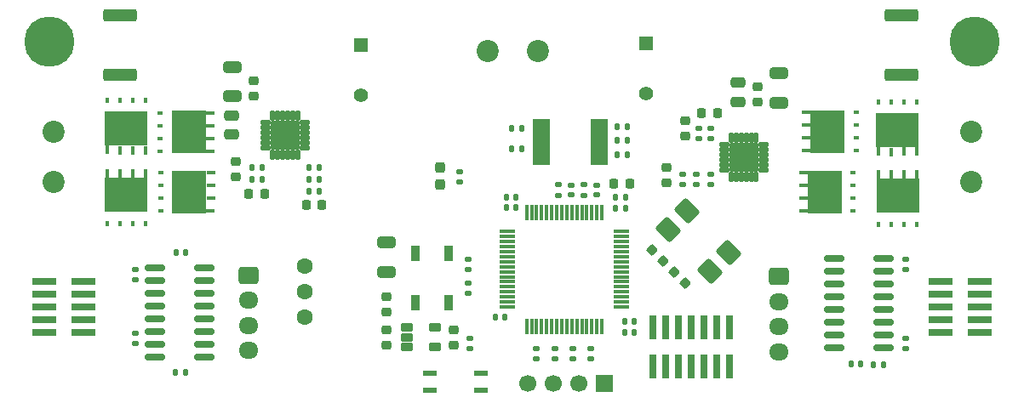
<source format=gts>
G04 #@! TF.GenerationSoftware,KiCad,Pcbnew,9.0.4-9.0.4-0~ubuntu24.04.1*
G04 #@! TF.CreationDate,2025-10-08T08:06:01+02:00*
G04 #@! TF.ProjectId,DRV8701_2Motors,44525638-3730-4315-9f32-4d6f746f7273,rev?*
G04 #@! TF.SameCoordinates,Original*
G04 #@! TF.FileFunction,Soldermask,Top*
G04 #@! TF.FilePolarity,Negative*
%FSLAX46Y46*%
G04 Gerber Fmt 4.6, Leading zero omitted, Abs format (unit mm)*
G04 Created by KiCad (PCBNEW 9.0.4-9.0.4-0~ubuntu24.04.1) date 2025-10-08 08:06:01*
%MOMM*%
%LPD*%
G01*
G04 APERTURE LIST*
G04 Aperture macros list*
%AMRoundRect*
0 Rectangle with rounded corners*
0 $1 Rounding radius*
0 $2 $3 $4 $5 $6 $7 $8 $9 X,Y pos of 4 corners*
0 Add a 4 corners polygon primitive as box body*
4,1,4,$2,$3,$4,$5,$6,$7,$8,$9,$2,$3,0*
0 Add four circle primitives for the rounded corners*
1,1,$1+$1,$2,$3*
1,1,$1+$1,$4,$5*
1,1,$1+$1,$6,$7*
1,1,$1+$1,$8,$9*
0 Add four rect primitives between the rounded corners*
20,1,$1+$1,$2,$3,$4,$5,0*
20,1,$1+$1,$4,$5,$6,$7,0*
20,1,$1+$1,$6,$7,$8,$9,0*
20,1,$1+$1,$8,$9,$2,$3,0*%
G04 Aperture macros list end*
%ADD10R,0.600000X0.400000*%
%ADD11R,0.880000X0.400000*%
%ADD12R,0.820000X0.400000*%
%ADD13R,0.840000X0.400000*%
%ADD14R,0.830000X0.400000*%
%ADD15R,3.500000X4.210000*%
%ADD16RoundRect,0.135000X-0.185000X0.135000X-0.185000X-0.135000X0.185000X-0.135000X0.185000X0.135000X0*%
%ADD17RoundRect,0.140000X-0.140000X-0.170000X0.140000X-0.170000X0.140000X0.170000X-0.140000X0.170000X0*%
%ADD18RoundRect,0.250000X-0.475000X0.250000X-0.475000X-0.250000X0.475000X-0.250000X0.475000X0.250000X0*%
%ADD19RoundRect,0.225000X-0.250000X0.225000X-0.250000X-0.225000X0.250000X-0.225000X0.250000X0.225000X0*%
%ADD20RoundRect,0.140000X0.140000X0.170000X-0.140000X0.170000X-0.140000X-0.170000X0.140000X-0.170000X0*%
%ADD21RoundRect,0.250000X1.425000X-0.362500X1.425000X0.362500X-1.425000X0.362500X-1.425000X-0.362500X0*%
%ADD22RoundRect,0.057500X-0.447500X-0.172500X0.447500X-0.172500X0.447500X0.172500X-0.447500X0.172500X0*%
%ADD23RoundRect,0.057500X-0.172500X-0.447500X0.172500X-0.447500X0.172500X0.447500X-0.172500X0.447500X0*%
%ADD24RoundRect,0.050000X-1.350000X-1.350000X1.350000X-1.350000X1.350000X1.350000X-1.350000X1.350000X0*%
%ADD25RoundRect,0.250000X0.650000X-0.325000X0.650000X0.325000X-0.650000X0.325000X-0.650000X-0.325000X0*%
%ADD26RoundRect,0.225000X0.335876X0.017678X0.017678X0.335876X-0.335876X-0.017678X-0.017678X-0.335876X0*%
%ADD27RoundRect,0.135000X0.185000X-0.135000X0.185000X0.135000X-0.185000X0.135000X-0.185000X-0.135000X0*%
%ADD28RoundRect,0.225000X0.250000X-0.225000X0.250000X0.225000X-0.250000X0.225000X-0.250000X-0.225000X0*%
%ADD29C,5.000000*%
%ADD30C,2.200000*%
%ADD31RoundRect,0.140000X0.170000X-0.140000X0.170000X0.140000X-0.170000X0.140000X-0.170000X-0.140000X0*%
%ADD32RoundRect,0.135000X0.135000X0.185000X-0.135000X0.185000X-0.135000X-0.185000X0.135000X-0.185000X0*%
%ADD33R,0.400000X0.600000*%
%ADD34R,0.400000X0.880000*%
%ADD35R,0.400000X0.820000*%
%ADD36R,0.400000X0.840000*%
%ADD37R,0.400000X0.830000*%
%ADD38R,4.210000X3.500000*%
%ADD39RoundRect,0.140000X-0.170000X0.140000X-0.170000X-0.140000X0.170000X-0.140000X0.170000X0.140000X0*%
%ADD40R,2.400000X0.740000*%
%ADD41RoundRect,0.090000X-0.360000X0.660000X-0.360000X-0.660000X0.360000X-0.660000X0.360000X0.660000X0*%
%ADD42RoundRect,0.057500X-0.172500X0.447500X-0.172500X-0.447500X0.172500X-0.447500X0.172500X0.447500X0*%
%ADD43RoundRect,0.057500X-0.447500X0.172500X-0.447500X-0.172500X0.447500X-0.172500X0.447500X0.172500X0*%
%ADD44RoundRect,0.050000X-1.350000X1.350000X-1.350000X-1.350000X1.350000X-1.350000X1.350000X1.350000X0*%
%ADD45RoundRect,0.225000X0.225000X0.250000X-0.225000X0.250000X-0.225000X-0.250000X0.225000X-0.250000X0*%
%ADD46C,1.600000*%
%ADD47RoundRect,0.102000X-0.600000X0.600000X-0.600000X-0.600000X0.600000X-0.600000X0.600000X0.600000X0*%
%ADD48C,1.404000*%
%ADD49RoundRect,0.135000X-0.135000X-0.185000X0.135000X-0.185000X0.135000X0.185000X-0.135000X0.185000X0*%
%ADD50RoundRect,0.218750X-0.218750X-0.256250X0.218750X-0.256250X0.218750X0.256250X-0.218750X0.256250X0*%
%ADD51R,1.350000X0.600000*%
%ADD52R,0.740000X2.400000*%
%ADD53RoundRect,0.225000X-0.225000X-0.250000X0.225000X-0.250000X0.225000X0.250000X-0.225000X0.250000X0*%
%ADD54RoundRect,0.250000X-0.989949X0.141421X0.141421X-0.989949X0.989949X-0.141421X-0.141421X0.989949X0*%
%ADD55RoundRect,0.250000X-0.650000X0.325000X-0.650000X-0.325000X0.650000X-0.325000X0.650000X0.325000X0*%
%ADD56RoundRect,0.076750X-0.810250X-0.230250X0.810250X-0.230250X0.810250X0.230250X-0.810250X0.230250X0*%
%ADD57RoundRect,0.237500X0.237500X-0.287500X0.237500X0.287500X-0.237500X0.287500X-0.237500X-0.287500X0*%
%ADD58RoundRect,0.150000X0.825000X0.150000X-0.825000X0.150000X-0.825000X-0.150000X0.825000X-0.150000X0*%
%ADD59R,1.700000X1.700000*%
%ADD60C,1.700000*%
%ADD61RoundRect,0.150000X-0.825000X-0.150000X0.825000X-0.150000X0.825000X0.150000X-0.825000X0.150000X0*%
%ADD62RoundRect,0.250000X-0.725000X0.600000X-0.725000X-0.600000X0.725000X-0.600000X0.725000X0.600000X0*%
%ADD63O,1.950000X1.700000*%
%ADD64RoundRect,0.102000X-0.450000X-0.300000X0.450000X-0.300000X0.450000X0.300000X-0.450000X0.300000X0*%
%ADD65RoundRect,0.075000X0.700000X0.075000X-0.700000X0.075000X-0.700000X-0.075000X0.700000X-0.075000X0*%
%ADD66RoundRect,0.075000X0.075000X0.700000X-0.075000X0.700000X-0.075000X-0.700000X0.075000X-0.700000X0*%
G04 APERTURE END LIST*
D10*
X89020000Y-76110000D03*
X89020000Y-77380000D03*
X89020000Y-78650000D03*
X89020000Y-79920000D03*
D11*
X93980000Y-79920000D03*
D12*
X94010000Y-78650000D03*
D13*
X94000000Y-77380000D03*
D14*
X94005000Y-76110000D03*
D15*
X91870000Y-78015000D03*
D16*
X86500000Y-98070000D03*
X86500000Y-99090000D03*
D17*
X134488500Y-77480000D03*
X135448500Y-77480000D03*
D18*
X146480000Y-73110000D03*
X146480000Y-75010000D03*
X96100000Y-76350000D03*
X96100000Y-78250000D03*
D19*
X96500000Y-80965000D03*
X96500000Y-82515000D03*
D20*
X124370000Y-85530000D03*
X123410000Y-85530000D03*
D17*
X157740000Y-101145000D03*
X158700000Y-101145000D03*
D21*
X85000000Y-72362500D03*
X85000000Y-66437500D03*
D16*
X131150000Y-83290000D03*
X131150000Y-84310000D03*
D22*
X99495000Y-77090000D03*
X99495000Y-77590000D03*
X99495000Y-78090000D03*
X99495000Y-78590000D03*
X99495000Y-79090000D03*
X99495000Y-79590000D03*
D23*
X100200000Y-80295000D03*
X100700000Y-80295000D03*
X101200000Y-80295000D03*
X101700000Y-80295000D03*
X102200000Y-80295000D03*
X102700000Y-80295000D03*
D22*
X103405000Y-79590000D03*
X103405000Y-79090000D03*
X103405000Y-78590000D03*
X103405000Y-78090000D03*
X103405000Y-77590000D03*
X103405000Y-77090000D03*
D23*
X102700000Y-76385000D03*
X102200000Y-76385000D03*
X101700000Y-76385000D03*
X101200000Y-76385000D03*
X100700000Y-76385000D03*
X100200000Y-76385000D03*
D24*
X101450000Y-78340000D03*
D17*
X135220000Y-96900000D03*
X136180000Y-96900000D03*
D25*
X96200000Y-74475000D03*
X96200000Y-71525000D03*
D16*
X126450000Y-99580000D03*
X126450000Y-100600000D03*
D26*
X141238008Y-93048008D03*
X140141992Y-91951992D03*
D27*
X163170000Y-91700000D03*
X163170000Y-90680000D03*
X86520000Y-92740000D03*
X86520000Y-91720000D03*
D28*
X98300000Y-74475000D03*
X98300000Y-72925000D03*
D29*
X170000000Y-69000000D03*
D10*
X158230000Y-79895000D03*
X158230000Y-78625000D03*
X158230000Y-77355000D03*
X158230000Y-76085000D03*
D11*
X153270000Y-76085000D03*
D12*
X153240000Y-77355000D03*
D13*
X153250000Y-78625000D03*
D14*
X153245000Y-79895000D03*
D15*
X155380000Y-77990000D03*
D30*
X169670000Y-83000000D03*
X169670000Y-78000000D03*
D31*
X119800000Y-99570000D03*
X119800000Y-98610000D03*
D32*
X99115000Y-81590000D03*
X98095000Y-81590000D03*
D16*
X128250000Y-99580000D03*
X128250000Y-100600000D03*
D30*
X78400000Y-83000000D03*
X78400000Y-78000000D03*
D33*
X87525000Y-74840000D03*
X86255000Y-74840000D03*
X84985000Y-74840000D03*
X83715000Y-74840000D03*
D34*
X83715000Y-79800000D03*
D35*
X84985000Y-79830000D03*
D36*
X86255000Y-79820000D03*
D37*
X87525000Y-79825000D03*
D38*
X85620000Y-77690000D03*
D16*
X163180000Y-98560000D03*
X163180000Y-99580000D03*
D39*
X129900000Y-83320000D03*
X129900000Y-84280000D03*
D40*
X170550000Y-97940000D03*
X166650000Y-97940000D03*
X170550000Y-96670000D03*
X166650000Y-96670000D03*
X170550000Y-95400000D03*
X166650000Y-95400000D03*
X170550000Y-94130000D03*
X166650000Y-94130000D03*
X170550000Y-92860000D03*
X166650000Y-92860000D03*
D20*
X91570000Y-89980000D03*
X90610000Y-89980000D03*
D39*
X132400000Y-83320000D03*
X132400000Y-84280000D03*
D41*
X117705000Y-90140000D03*
X114405000Y-90140000D03*
X114405000Y-95040000D03*
X117705000Y-95040000D03*
D26*
X139038008Y-90838008D03*
X137941992Y-89741992D03*
D32*
X125008500Y-79680000D03*
X123988500Y-79680000D03*
D42*
X148295000Y-78585000D03*
X147795000Y-78585000D03*
X147295000Y-78585000D03*
X146795000Y-78585000D03*
X146295000Y-78585000D03*
X145795000Y-78585000D03*
D43*
X145090000Y-79290000D03*
X145090000Y-79790000D03*
X145090000Y-80290000D03*
X145090000Y-80790000D03*
X145090000Y-81290000D03*
X145090000Y-81790000D03*
D42*
X145795000Y-82495000D03*
X146295000Y-82495000D03*
X146795000Y-82495000D03*
X147295000Y-82495000D03*
X147795000Y-82495000D03*
X148295000Y-82495000D03*
D43*
X149000000Y-81790000D03*
X149000000Y-81290000D03*
X149000000Y-80790000D03*
X149000000Y-80290000D03*
X149000000Y-79790000D03*
X149000000Y-79290000D03*
D44*
X147045000Y-80540000D03*
D45*
X144425000Y-76140000D03*
X142875000Y-76140000D03*
D46*
X103405000Y-91350000D03*
X103405000Y-93890000D03*
X103405000Y-96430000D03*
D28*
X111555000Y-95975000D03*
X111555000Y-94425000D03*
D47*
X108940000Y-69400000D03*
D48*
X108940000Y-74400000D03*
D16*
X118800000Y-81990000D03*
X118800000Y-83010000D03*
D49*
X90490000Y-101970000D03*
X91510000Y-101970000D03*
D21*
X162770000Y-72332500D03*
X162770000Y-66407500D03*
D16*
X142300000Y-82190000D03*
X142300000Y-83210000D03*
D20*
X124370000Y-84480000D03*
X123410000Y-84480000D03*
D16*
X130050000Y-99580000D03*
X130050000Y-100600000D03*
D10*
X157950000Y-85905000D03*
X157950000Y-84635000D03*
X157950000Y-83365000D03*
X157950000Y-82095000D03*
D11*
X152990000Y-82095000D03*
D12*
X152960000Y-83365000D03*
D13*
X152970000Y-84635000D03*
D14*
X152965000Y-85905000D03*
D15*
X155100000Y-84000000D03*
D49*
X98095000Y-82740000D03*
X99115000Y-82740000D03*
D33*
X83705000Y-87120000D03*
X84975000Y-87120000D03*
X86245000Y-87120000D03*
X87515000Y-87120000D03*
D34*
X87515000Y-82160000D03*
D35*
X86245000Y-82130000D03*
D36*
X84975000Y-82140000D03*
D37*
X83705000Y-82135000D03*
D38*
X85610000Y-84270000D03*
D16*
X143800000Y-82190000D03*
X143800000Y-83210000D03*
D50*
X134112500Y-83200000D03*
X135687500Y-83200000D03*
D32*
X125008500Y-77680000D03*
X123988500Y-77680000D03*
D51*
X115850000Y-103750000D03*
X120900000Y-103750000D03*
X120900000Y-102050000D03*
X115850000Y-102050000D03*
D52*
X138010000Y-101390000D03*
X138010000Y-97490000D03*
X139280000Y-101390000D03*
X139280000Y-97490000D03*
X140550000Y-101390000D03*
X140550000Y-97490000D03*
X141820000Y-101390000D03*
X141820000Y-97490000D03*
X143090000Y-101390000D03*
X143090000Y-97490000D03*
X144360000Y-101390000D03*
X144360000Y-97490000D03*
X145630000Y-101390000D03*
X145630000Y-97490000D03*
D53*
X103530000Y-85290000D03*
X105080000Y-85290000D03*
D47*
X137340000Y-69200000D03*
D48*
X137340000Y-74200000D03*
D16*
X131850000Y-99580000D03*
X131850000Y-100600000D03*
D54*
X139499441Y-87748629D03*
X143671371Y-91920559D03*
X145580559Y-90011371D03*
X141408629Y-85839441D03*
D32*
X135478500Y-78880000D03*
X134458500Y-78880000D03*
D33*
X164255000Y-75000000D03*
X162985000Y-75000000D03*
X161715000Y-75000000D03*
X160445000Y-75000000D03*
D34*
X160445000Y-79960000D03*
D35*
X161715000Y-79990000D03*
D36*
X162985000Y-79980000D03*
D37*
X164255000Y-79985000D03*
D38*
X162350000Y-77850000D03*
D30*
X121560000Y-69970000D03*
X126560000Y-69970000D03*
D27*
X128580000Y-84310000D03*
X128580000Y-83290000D03*
X143750000Y-78700000D03*
X143750000Y-77680000D03*
D55*
X111555000Y-89015000D03*
X111555000Y-91965000D03*
D45*
X99380000Y-84140000D03*
X97830000Y-84140000D03*
D28*
X148430000Y-75075000D03*
X148430000Y-73525000D03*
D56*
X126910000Y-77030000D03*
X126910000Y-77680000D03*
X126910000Y-78330000D03*
X126910000Y-78980000D03*
X126910000Y-79630000D03*
X126910000Y-80280000D03*
X126910000Y-80930000D03*
X132650000Y-80930000D03*
X132650000Y-80280000D03*
X132650000Y-79630000D03*
X132650000Y-78980000D03*
X132650000Y-78330000D03*
X132650000Y-77680000D03*
X132650000Y-77030000D03*
D57*
X116880000Y-83275000D03*
X116880000Y-81525000D03*
D58*
X160975000Y-99545000D03*
X160975000Y-98275000D03*
X160975000Y-97005000D03*
X160975000Y-95735000D03*
X160975000Y-94465000D03*
X160975000Y-93195000D03*
X160975000Y-91925000D03*
X160975000Y-90655000D03*
X156025000Y-90655000D03*
X156025000Y-91925000D03*
X156025000Y-93195000D03*
X156025000Y-94465000D03*
X156025000Y-95735000D03*
X156025000Y-97005000D03*
X156025000Y-98275000D03*
X156025000Y-99545000D03*
D17*
X135220000Y-98000000D03*
X136180000Y-98000000D03*
D32*
X135488500Y-80280000D03*
X134468500Y-80280000D03*
D20*
X123290000Y-96470000D03*
X122330000Y-96470000D03*
D49*
X103795000Y-81590000D03*
X104815000Y-81590000D03*
D19*
X141200000Y-76900000D03*
X141200000Y-78450000D03*
D59*
X133230000Y-103090000D03*
D60*
X130690000Y-103090000D03*
X128150000Y-103090000D03*
X125610000Y-103090000D03*
D61*
X88450000Y-91550000D03*
X88450000Y-92820000D03*
X88450000Y-94090000D03*
X88450000Y-95360000D03*
X88450000Y-96630000D03*
X88450000Y-97900000D03*
X88450000Y-99170000D03*
X88450000Y-100440000D03*
X93400000Y-100440000D03*
X93400000Y-99170000D03*
X93400000Y-97900000D03*
X93400000Y-96630000D03*
X93400000Y-95360000D03*
X93400000Y-94090000D03*
X93400000Y-92820000D03*
X93400000Y-91550000D03*
D16*
X119655000Y-93090000D03*
X119655000Y-94110000D03*
X142600000Y-77680000D03*
X142600000Y-78700000D03*
D33*
X160455000Y-87190000D03*
X161725000Y-87190000D03*
X162995000Y-87190000D03*
X164265000Y-87190000D03*
D34*
X164265000Y-82230000D03*
D35*
X162995000Y-82200000D03*
D36*
X161725000Y-82210000D03*
D37*
X160455000Y-82205000D03*
D38*
X162360000Y-84340000D03*
D32*
X160980000Y-101165000D03*
X159960000Y-101165000D03*
D17*
X134320000Y-85600000D03*
X135280000Y-85600000D03*
D19*
X118205000Y-97725000D03*
X118205000Y-99275000D03*
D29*
X78000000Y-69000000D03*
D16*
X141000000Y-82190000D03*
X141000000Y-83210000D03*
D62*
X150560000Y-92410000D03*
D63*
X150560000Y-94910000D03*
X150560000Y-97410000D03*
X150560000Y-99910000D03*
D10*
X89050000Y-82100000D03*
X89050000Y-83370000D03*
X89050000Y-84640000D03*
X89050000Y-85910000D03*
D11*
X94010000Y-85910000D03*
D12*
X94040000Y-84640000D03*
D13*
X94030000Y-83370000D03*
D14*
X94035000Y-82100000D03*
D15*
X91900000Y-84005000D03*
D64*
X113505000Y-97500000D03*
X113505000Y-98450000D03*
X113505000Y-99400000D03*
X116305000Y-99400000D03*
X116305000Y-97500000D03*
D31*
X119655000Y-91690000D03*
X119655000Y-90730000D03*
D40*
X81350000Y-97940000D03*
X77450000Y-97940000D03*
X81350000Y-96670000D03*
X77450000Y-96670000D03*
X81350000Y-95400000D03*
X77450000Y-95400000D03*
X81350000Y-94130000D03*
X77450000Y-94130000D03*
X81350000Y-92860000D03*
X77450000Y-92860000D03*
D19*
X139400000Y-81525000D03*
X139400000Y-83075000D03*
D25*
X150560000Y-75115000D03*
X150560000Y-72165000D03*
D65*
X134875000Y-95440000D03*
X134875000Y-94940000D03*
X134875000Y-94440000D03*
X134875000Y-93940000D03*
X134875000Y-93440000D03*
X134875000Y-92940000D03*
X134875000Y-92440000D03*
X134875000Y-91940000D03*
X134875000Y-91440000D03*
X134875000Y-90940000D03*
X134875000Y-90440000D03*
X134875000Y-89940000D03*
X134875000Y-89440000D03*
X134875000Y-88940000D03*
X134875000Y-88440000D03*
X134875000Y-87940000D03*
D66*
X132950000Y-86015000D03*
X132450000Y-86015000D03*
X131950000Y-86015000D03*
X131450000Y-86015000D03*
X130950000Y-86015000D03*
X130450000Y-86015000D03*
X129950000Y-86015000D03*
X129450000Y-86015000D03*
X128950000Y-86015000D03*
X128450000Y-86015000D03*
X127950000Y-86015000D03*
X127450000Y-86015000D03*
X126950000Y-86015000D03*
X126450000Y-86015000D03*
X125950000Y-86015000D03*
X125450000Y-86015000D03*
D65*
X123525000Y-87940000D03*
X123525000Y-88440000D03*
X123525000Y-88940000D03*
X123525000Y-89440000D03*
X123525000Y-89940000D03*
X123525000Y-90440000D03*
X123525000Y-90940000D03*
X123525000Y-91440000D03*
X123525000Y-91940000D03*
X123525000Y-92440000D03*
X123525000Y-92940000D03*
X123525000Y-93440000D03*
X123525000Y-93940000D03*
X123525000Y-94440000D03*
X123525000Y-94940000D03*
X123525000Y-95440000D03*
D66*
X125450000Y-97365000D03*
X125950000Y-97365000D03*
X126450000Y-97365000D03*
X126950000Y-97365000D03*
X127450000Y-97365000D03*
X127950000Y-97365000D03*
X128450000Y-97365000D03*
X128950000Y-97365000D03*
X129450000Y-97365000D03*
X129950000Y-97365000D03*
X130450000Y-97365000D03*
X130950000Y-97365000D03*
X131450000Y-97365000D03*
X131950000Y-97365000D03*
X132450000Y-97365000D03*
X132950000Y-97365000D03*
D19*
X111505000Y-97725000D03*
X111505000Y-99275000D03*
D62*
X97770000Y-92290000D03*
D63*
X97770000Y-94790000D03*
X97770000Y-97290000D03*
X97770000Y-99790000D03*
D49*
X103795000Y-82740000D03*
X104815000Y-82740000D03*
X103795000Y-83890000D03*
X104815000Y-83890000D03*
D17*
X134320000Y-84500000D03*
X135280000Y-84500000D03*
M02*

</source>
